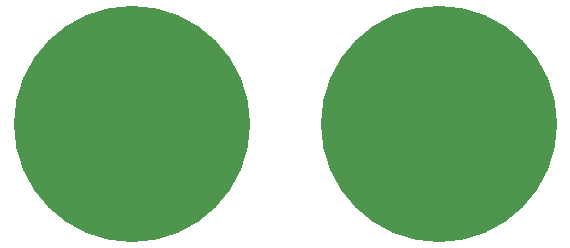
<source format=gbr>
%TF.GenerationSoftware,KiCad,Pcbnew,8.0.4*%
%TF.CreationDate,2024-08-13T21:11:54-04:00*%
%TF.ProjectId,1-inch-midi,312d696e-6368-42d6-9d69-64692e6b6963,rev?*%
%TF.SameCoordinates,Original*%
%TF.FileFunction,Paste,Bot*%
%TF.FilePolarity,Positive*%
%FSLAX46Y46*%
G04 Gerber Fmt 4.6, Leading zero omitted, Abs format (unit mm)*
G04 Created by KiCad (PCBNEW 8.0.4) date 2024-08-13 21:11:54*
%MOMM*%
%LPD*%
G01*
G04 APERTURE LIST*
%ADD10C,20.000000*%
G04 APERTURE END LIST*
D10*
%TO.C,U3*%
X185500000Y-95800000D03*
%TD*%
%TO.C,U2*%
X159500000Y-95800000D03*
%TD*%
M02*

</source>
